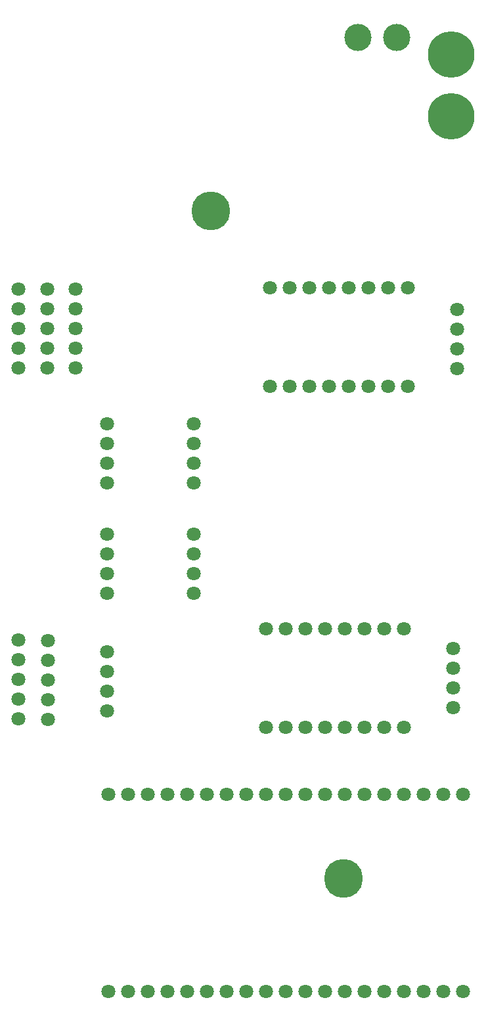
<source format=gbr>
%TF.GenerationSoftware,Altium Limited,Altium Designer,23.0.1 (38)*%
G04 Layer_Color=255*
%FSLAX45Y45*%
%MOMM*%
%TF.SameCoordinates,0946520A-43BC-435E-BA57-7B8340C501A0*%
%TF.FilePolarity,Positive*%
%TF.FileFunction,Pads,Bot*%
%TF.Part,Single*%
G01*
G75*
%TA.AperFunction,ComponentPad*%
%ADD36C,1.80000*%
%ADD37C,5.00000*%
%ADD38C,6.00000*%
%ADD39C,3.50000*%
D36*
X901700Y8343900D02*
D03*
X4089400Y304800D02*
D03*
X901700Y8851900D02*
D03*
X3835400Y304800D02*
D03*
X901700Y9359900D02*
D03*
X4597400Y304800D02*
D03*
X901700Y8597900D02*
D03*
Y9105900D02*
D03*
X2044700Y6858000D02*
D03*
Y7112000D02*
D03*
Y7366000D02*
D03*
Y7620000D02*
D03*
X3162300Y6858000D02*
D03*
Y7112000D02*
D03*
Y7366000D02*
D03*
Y7620000D02*
D03*
Y5435600D02*
D03*
Y5689600D02*
D03*
Y5943600D02*
D03*
Y6197600D02*
D03*
X6629400Y304800D02*
D03*
X6375400Y304800D02*
D03*
X6121400D02*
D03*
X5867400D02*
D03*
X5613400D02*
D03*
X5359400Y304800D02*
D03*
X5105400Y304800D02*
D03*
X4851400D02*
D03*
X4343400Y304800D02*
D03*
X3581400Y304800D02*
D03*
X3327400D02*
D03*
X3073400Y304800D02*
D03*
X2819400Y304800D02*
D03*
X2565400D02*
D03*
X2311400D02*
D03*
X2057400Y304800D02*
D03*
Y2844799D02*
D03*
X2311400Y2844800D02*
D03*
X2565400D02*
D03*
X2819400D02*
D03*
X3073400Y2844799D02*
D03*
X3327400Y2844800D02*
D03*
X3581400D02*
D03*
X3835400D02*
D03*
X4089400D02*
D03*
X4343400Y2844799D02*
D03*
X4597400Y2844800D02*
D03*
X4851400D02*
D03*
X5105400D02*
D03*
X5359400Y2844799D02*
D03*
X5613400Y2844800D02*
D03*
X5867400D02*
D03*
X6121400D02*
D03*
X6375400D02*
D03*
X6629400Y2844799D02*
D03*
X2044700Y6197600D02*
D03*
Y5943600D02*
D03*
Y5689600D02*
D03*
Y5435600D02*
D03*
X1638300Y9359900D02*
D03*
Y8343900D02*
D03*
Y8597900D02*
D03*
Y8851900D02*
D03*
Y9105900D02*
D03*
X2044700Y3924300D02*
D03*
Y4178300D02*
D03*
Y4432300D02*
D03*
Y4686300D02*
D03*
X6553200Y9093200D02*
D03*
Y8839199D02*
D03*
Y8585200D02*
D03*
Y8331200D02*
D03*
X6502400Y4724400D02*
D03*
Y4470400D02*
D03*
Y4216400D02*
D03*
Y3962400D02*
D03*
X1282700Y4572000D02*
D03*
Y4318000D02*
D03*
Y4064000D02*
D03*
Y3810000D02*
D03*
Y4826000D02*
D03*
X1270000Y9105900D02*
D03*
Y8851900D02*
D03*
Y8597900D02*
D03*
Y8343900D02*
D03*
Y9359900D02*
D03*
X901700Y4076700D02*
D03*
Y4330700D02*
D03*
Y4584700D02*
D03*
Y4838700D02*
D03*
Y3822700D02*
D03*
X4140200Y9372600D02*
D03*
X4394200D02*
D03*
X4648200D02*
D03*
X4902200D02*
D03*
X5156200D02*
D03*
X5410200D02*
D03*
X5664200D02*
D03*
X5918200D02*
D03*
Y8102600D02*
D03*
X5664200Y8102600D02*
D03*
X5410200Y8102600D02*
D03*
X5156200D02*
D03*
X4902200D02*
D03*
X4648200Y8102600D02*
D03*
X4394200Y8102600D02*
D03*
X4140200D02*
D03*
X4089400Y3708400D02*
D03*
X4343400D02*
D03*
X4597400D02*
D03*
X4851400D02*
D03*
X5105400D02*
D03*
X5359400D02*
D03*
X5613400D02*
D03*
X5867400D02*
D03*
Y4978400D02*
D03*
X5613400D02*
D03*
X5359399Y4978400D02*
D03*
X5105400D02*
D03*
X4851400Y4978400D02*
D03*
X4597400D02*
D03*
X4343400Y4978400D02*
D03*
X4089400D02*
D03*
D37*
X5092700Y1765300D02*
D03*
X3378200Y10363200D02*
D03*
D38*
X6477000Y11582400D02*
D03*
Y12382400D02*
D03*
D39*
X5778500Y12598400D02*
D03*
X5278500D02*
D03*
%TF.MD5,3b42faf4e458227218c5deb80248cca6*%
M02*

</source>
